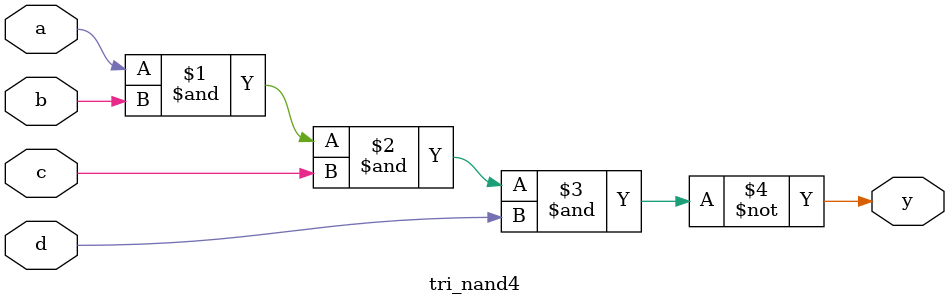
<source format=v>

`timescale 1 ns / 1 ns


`include "tri_a2o.vh"

module tri_nand4(
   y,
   a,
   b,
   c,
   d
);
   parameter                      WIDTH = 1;
   parameter                      BTR = "NAND4_X2M_NONE";  //Specify full BTR name, else let tool select
   output [0:WIDTH-1]  y;
   input [0:WIDTH-1]   a;
   input [0:WIDTH-1]   b;
   input [0:WIDTH-1]   c;
   input [0:WIDTH-1]   d;
   genvar 	       i;

   generate
	   for (i = 0; i < WIDTH; i = i + 1) begin : w
      	      nand I0(y[i], a[i], b[i], c[i], d[i]);
	   end
   endgenerate
endmodule

</source>
